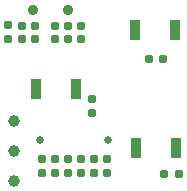
<source format=gbr>
%TF.GenerationSoftware,KiCad,Pcbnew,(6.0.9)*%
%TF.CreationDate,2023-01-31T14:43:12+01:00*%
%TF.ProjectId,keyring_beerclock,6b657972-696e-4675-9f62-656572636c6f,rev?*%
%TF.SameCoordinates,Original*%
%TF.FileFunction,Soldermask,Bot*%
%TF.FilePolarity,Negative*%
%FSLAX46Y46*%
G04 Gerber Fmt 4.6, Leading zero omitted, Abs format (unit mm)*
G04 Created by KiCad (PCBNEW (6.0.9)) date 2023-01-31 14:43:12*
%MOMM*%
%LPD*%
G01*
G04 APERTURE LIST*
G04 Aperture macros list*
%AMRoundRect*
0 Rectangle with rounded corners*
0 $1 Rounding radius*
0 $2 $3 $4 $5 $6 $7 $8 $9 X,Y pos of 4 corners*
0 Add a 4 corners polygon primitive as box body*
4,1,4,$2,$3,$4,$5,$6,$7,$8,$9,$2,$3,0*
0 Add four circle primitives for the rounded corners*
1,1,$1+$1,$2,$3*
1,1,$1+$1,$4,$5*
1,1,$1+$1,$6,$7*
1,1,$1+$1,$8,$9*
0 Add four rect primitives between the rounded corners*
20,1,$1+$1,$2,$3,$4,$5,0*
20,1,$1+$1,$4,$5,$6,$7,0*
20,1,$1+$1,$6,$7,$8,$9,0*
20,1,$1+$1,$8,$9,$2,$3,0*%
G04 Aperture macros list end*
%ADD10C,0.900000*%
%ADD11C,1.000000*%
%ADD12R,0.900000X1.700000*%
%ADD13RoundRect,0.160000X-0.197500X-0.160000X0.197500X-0.160000X0.197500X0.160000X-0.197500X0.160000X0*%
%ADD14RoundRect,0.160000X-0.160000X0.197500X-0.160000X-0.197500X0.160000X-0.197500X0.160000X0.197500X0*%
%ADD15RoundRect,0.160000X0.160000X-0.197500X0.160000X0.197500X-0.160000X0.197500X-0.160000X-0.197500X0*%
%ADD16C,0.650000*%
%ADD17RoundRect,0.155000X0.155000X-0.212500X0.155000X0.212500X-0.155000X0.212500X-0.155000X-0.212500X0*%
G04 APERTURE END LIST*
D10*
%TO.C,SW1*%
X146060000Y-104310000D03*
X143060000Y-104310000D03*
%TD*%
D11*
%TO.C,J5*%
X141500000Y-118780000D03*
%TD*%
%TO.C,J4*%
X141500000Y-116240000D03*
%TD*%
%TO.C,J3*%
X141500000Y-113700000D03*
%TD*%
D12*
%TO.C,SW4*%
X143300000Y-111000000D03*
X146700000Y-111000000D03*
%TD*%
%TO.C,SW3*%
X151800000Y-116000000D03*
X155200000Y-116000000D03*
%TD*%
%TO.C,SW2*%
X151700000Y-106000000D03*
X155100000Y-106000000D03*
%TD*%
D13*
%TO.C,R6*%
X152902500Y-108500000D03*
X154097500Y-108500000D03*
%TD*%
D14*
%TO.C,R11*%
X143860000Y-118147500D03*
X143860000Y-116952500D03*
%TD*%
%TO.C,R10*%
X144962000Y-118147500D03*
X144962000Y-116952500D03*
%TD*%
%TO.C,R9*%
X147164000Y-116952500D03*
X147164000Y-118147500D03*
%TD*%
%TO.C,R8*%
X146066000Y-116952500D03*
X146066000Y-118147500D03*
%TD*%
D13*
%TO.C,R7*%
X154202500Y-118200000D03*
X155397500Y-118200000D03*
%TD*%
D15*
%TO.C,R5*%
X148100000Y-113097500D03*
X148100000Y-111902500D03*
%TD*%
%TO.C,R4*%
X149368000Y-116952500D03*
X149368000Y-118147500D03*
%TD*%
%TO.C,R3*%
X148270000Y-116952500D03*
X148270000Y-118147500D03*
%TD*%
%TO.C,R1*%
X140978000Y-105632500D03*
X140978000Y-106827500D03*
%TD*%
D16*
%TO.C,J8*%
X143645000Y-115350000D03*
X149425000Y-115350000D03*
%TD*%
D17*
%TO.C,C10*%
X144924000Y-105682500D03*
X144924000Y-106817500D03*
%TD*%
%TO.C,C8*%
X147160000Y-105682500D03*
X147160000Y-106817500D03*
%TD*%
%TO.C,C7*%
X142106000Y-105682500D03*
X142106000Y-106817500D03*
%TD*%
%TO.C,C4*%
X143250000Y-106817500D03*
X143250000Y-105682500D03*
%TD*%
%TO.C,C3*%
X146042000Y-105682500D03*
X146042000Y-106817500D03*
%TD*%
M02*

</source>
